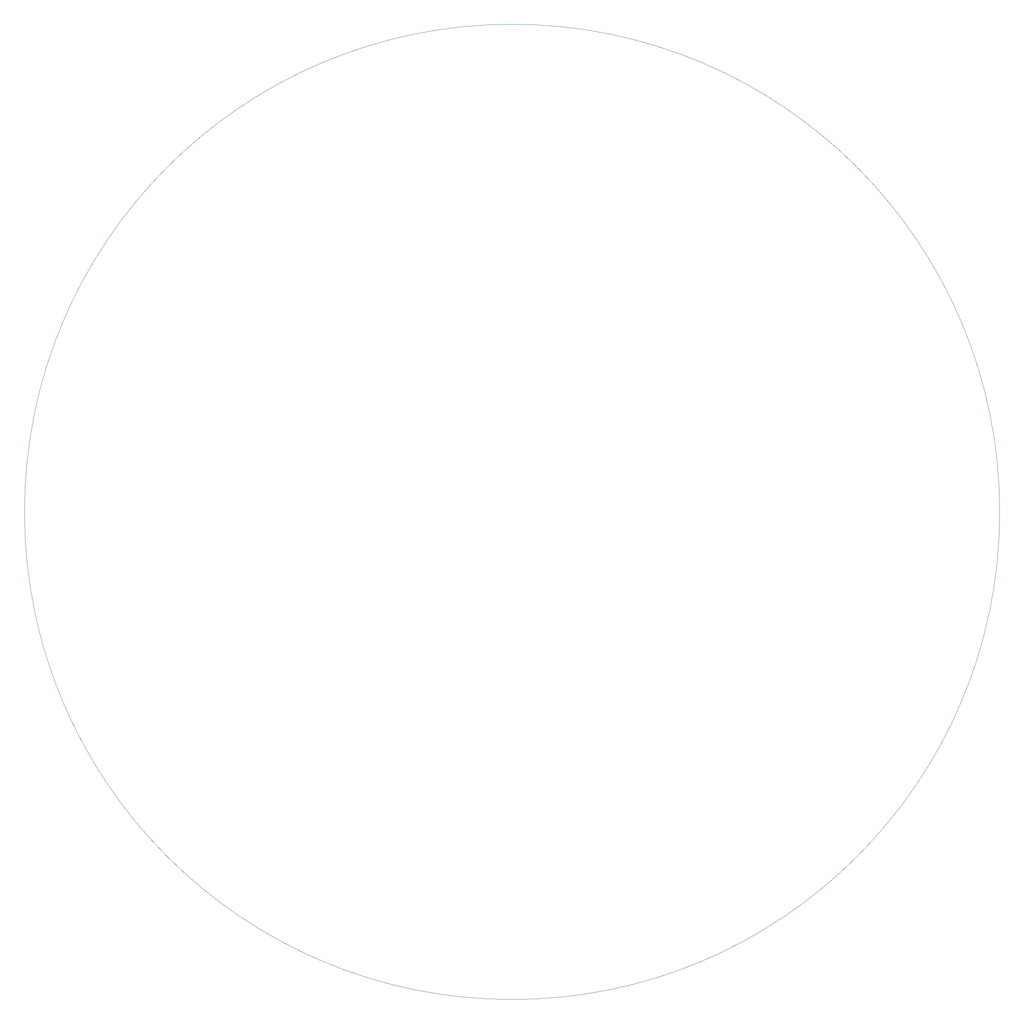
<source format=gbr>
%TF.GenerationSoftware,KiCad,Pcbnew,9.0.7-9.0.7~ubuntu24.04.1*%
%TF.CreationDate,2026-01-21T07:20:37-05:00*%
%TF.ProjectId,LED_clock,4c45445f-636c-46f6-936b-2e6b69636164,rev?*%
%TF.SameCoordinates,Original*%
%TF.FileFunction,Profile,NP*%
%FSLAX46Y46*%
G04 Gerber Fmt 4.6, Leading zero omitted, Abs format (unit mm)*
G04 Created by KiCad (PCBNEW 9.0.7-9.0.7~ubuntu24.04.1) date 2026-01-21 07:20:37*
%MOMM*%
%LPD*%
G01*
G04 APERTURE LIST*
%TA.AperFunction,Profile*%
%ADD10C,0.050000*%
%TD*%
G04 APERTURE END LIST*
D10*
X368300000Y-177800000D02*
G75*
G02*
X139700000Y-177800000I-114300000J0D01*
G01*
X139700000Y-177800000D02*
G75*
G02*
X368300000Y-177800000I114300000J0D01*
G01*
M02*

</source>
